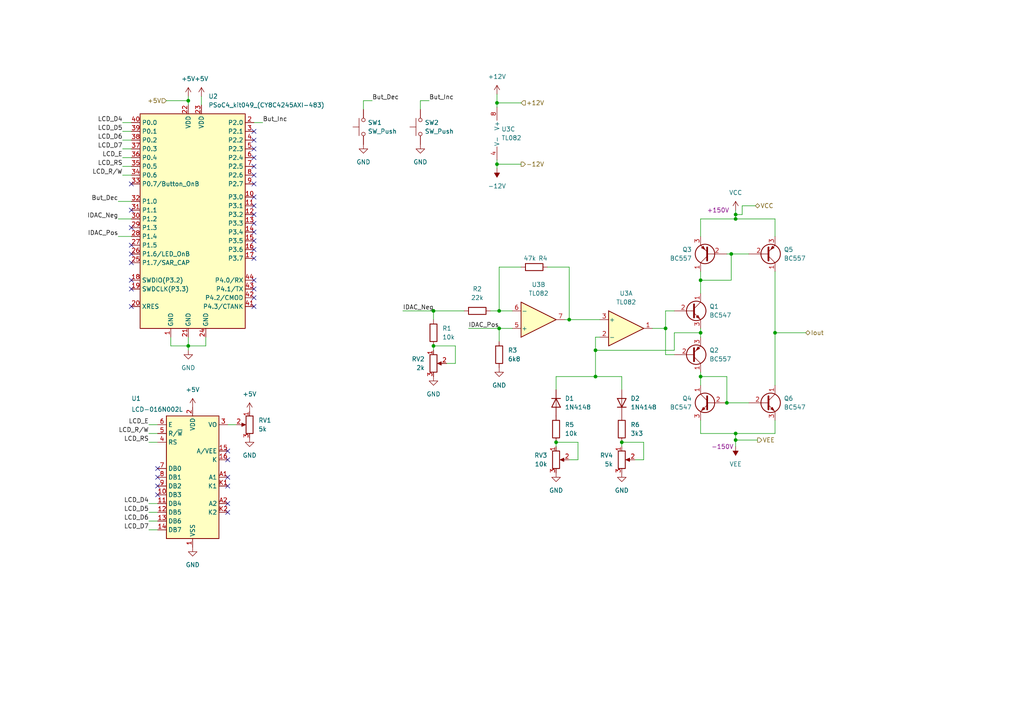
<source format=kicad_sch>
(kicad_sch (version 20211123) (generator eeschema)
  (paper "A4")
  (title_block (title "Control_con_PSoC4_y_Fuente_de_corriente") (date "2022-08-27") (rev "1") (company "FaCENA-UNNE") (comment 1 "Dispositivo para relevamiento de umbrales de sensibilidad tactil.") (comment 2 "Tesis MIB: García Cabrera, Jeremías A."))
  (lib_symbols
    (symbol "Amplifier_Operational:TL082" (pin_names (offset 0.127))
      (property "Reference" "U" (at 0 5.08 0))
      (property "Value" "TL082" (at 0 -5.08 0))
      (symbol "TL082_1_1"
        (polyline (pts (xy -5.08 5.08) (xy 5.08 0) (xy -5.08 -5.08) (xy -5.08 5.08)) (stroke (width 0.254)) (fill (type background)))
        (pin output line (at 7.62 0 180) (length 2.54) (name "~") (number "1"))
        (pin input line (at -7.62 -2.54 0) (length 2.54) (name "-") (number "2"))
        (pin input line (at -7.62 2.54 0) (length 2.54) (name "+") (number "3"))
      )
      (symbol "TL082_2_1"
        (polyline (pts (xy -5.08 5.08) (xy 5.08 0) (xy -5.08 -5.08) (xy -5.08 5.08)) (stroke (width 0.254)) (fill (type background)))
        (pin input line (at -7.62 2.54 0) (length 2.54) (name "+") (number "5"))
        (pin input line (at -7.62 -2.54 0) (length 2.54) (name "-") (number "6"))
        (pin output line (at 7.62 0 180) (length 2.54) (name "~") (number "7"))
      )
      (symbol "TL082_3_1"
        (pin power_in line (at -2.54 -7.62 90) (length 3.81) (name "V-") (number "4"))
        (pin power_in line (at -2.54 7.62 270) (length 3.81) (name "V+") (number "8"))
      )
    )
    (symbol "Device:R" (pin_numbers hide) (pin_names (offset 0))
      (property "Reference" "R" (at 2.032 0 90))
      (property "Value" "R" (at 0 0 90))
      (symbol "R_0_1"
        (rectangle (start -1.016 -2.54) (end 1.016 2.54) (stroke (width 0.254)))
      )
      (symbol "R_1_1"
        (pin passive line (at 0 3.81 270) (length 1.27) (name "~") (number "1"))
        (pin passive line (at 0 -3.81 90) (length 1.27) (name "~") (number "2"))
      )
    )
    (symbol "Device:R_Potentiometer" (pin_names (offset 1.016) hide)
      (property "Reference" "RV" (at -4.445 0 90))
      (property "Value" "R_Potentiometer" (at -2.54 0 90))
      (symbol "R_Potentiometer_0_1"
        (polyline (pts (xy 2.54 0) (xy 1.524 0)))
        (polyline (pts (xy 1.143 0) (xy 2.286 0.508) (xy 2.286 -0.508) (xy 1.143 0)) (fill (type outline)))
        (rectangle (start 1.016 2.54) (end -1.016 -2.54) (stroke (width 0.254)))
      )
      (symbol "R_Potentiometer_1_1"
        (pin passive line (at 0 3.81 270) (length 1.27) (name "1") (number "1"))
        (pin passive line (at 3.81 0 180) (length 1.27) (name "2") (number "2"))
        (pin passive line (at 0 -3.81 90) (length 1.27) (name "3") (number "3"))
      )
    )
    (symbol "Diode:1N4148" (pin_numbers hide) (pin_names (offset 1.016) hide)
      (property "Reference" "D" (at 0 2.54 0))
      (property "Value" "1N4148" (at 0 -2.54 0))
      (symbol "1N4148_0_1"
        (polyline (pts (xy -1.27 1.27) (xy -1.27 -1.27)) (stroke (width 0.254)))
        (polyline (pts (xy 1.27 0) (xy -1.27 0)))
        (polyline (pts (xy 1.27 1.27) (xy 1.27 -1.27) (xy -1.27 0) (xy 1.27 1.27)) (stroke (width 0.254)))
      )
      (symbol "1N4148_1_1"
        (pin passive line (at -3.81 0 0) (length 2.54) (name "K") (number "1"))
        (pin passive line (at 3.81 0 180) (length 2.54) (name "A") (number "2"))
      )
    )
    (symbol "Display_Character:LCD-016N002L"
      (property "Reference" "U?" (at 2.0194 22.86 0))
      (property "Value" "LCD-016N002L" (at -17.78 19.685 0))
      (symbol "LCD-016N002L_1_1"
        (rectangle (start -7.62 17.78) (end 7.62 -17.78) (stroke (width 0.254)) (fill (type background)))
        (pin power_in line (at 0 -20.32 90) (length 2.54) (name "VSS") (number "1"))
        (pin bidirectional line (at -10.16 -5.08 0) (length 2.54) (name "DB3") (number "10"))
        (pin bidirectional line (at -10.16 -7.62 0) (length 2.54) (name "DB4") (number "11"))
        (pin bidirectional line (at -10.16 -10.16 0) (length 2.54) (name "DB5") (number "12"))
        (pin bidirectional line (at -10.16 -12.7 0) (length 2.54) (name "DB6") (number "13"))
        (pin bidirectional line (at -10.16 -15.24 0) (length 2.54) (name "DB7") (number "14"))
        (pin power_in line (at 10.16 7.62 180) (length 2.54) (name "A/VEE") (number "15"))
        (pin power_in line (at 10.16 5.08 180) (length 2.54) (name "K") (number "16"))
        (pin power_in line (at 0 20.32 270) (length 2.54) (name "VDD") (number "2"))
        (pin input line (at 10.16 15.24 180) (length 2.54) (name "VO") (number "3"))
        (pin input line (at -10.16 10.16 0) (length 2.54) (name "RS") (number "4"))
        (pin input line (at -10.16 12.7 0) (length 2.54) (name "R/~{W}") (number "5"))
        (pin input line (at -10.16 15.24 0) (length 2.54) (name "E") (number "6"))
        (pin bidirectional line (at -10.16 2.54 0) (length 2.54) (name "DB0") (number "7"))
        (pin bidirectional line (at -10.16 0 0) (length 2.54) (name "DB1") (number "8"))
        (pin bidirectional line (at -10.16 -2.54 0) (length 2.54) (name "DB2") (number "9"))
        (pin power_in line (at 10.16 0 180) (length 2.54) (name "A1") (number "A1"))
        (pin power_in line (at 10.16 -7.62 180) (length 2.54) (name "A2") (number "A2"))
        (pin power_in line (at 10.16 -2.54 180) (length 2.54) (name "K1") (number "K1"))
        (pin power_in line (at 10.16 -10.16 180) (length 2.54) (name "K2") (number "K2"))
      )
    )
    (symbol "PSoC4_kit049:PSoC4_kit049_(CY8C4245AXI-483)"
      (property "Reference" "U2" (at 2.0194 45.72 0))
      (property "Value" "PSoC4_kit049_(CY8C4245AXI-483)" (at 2.0194 43.18 0))
      (symbol "PSoC4_kit049_(CY8C4245AXI-483)_0_1"
        (rectangle (start -17.78 40.64) (end 12.7 -21.59) (stroke (width 0.254)) (fill (type background)))
      )
      (symbol "PSoC4_kit049_(CY8C4245AXI-483)_1_1"
        (pin power_in line (at -8.89 -24.13 90) (length 2.54) (name "GND") (number "1"))
        (pin bidirectional line (at 15.24 16.51 180) (length 2.54) (name "P3.0") (number "10"))
        (pin bidirectional line (at 15.24 13.97 180) (length 2.54) (name "P3.1") (number "11"))
        (pin bidirectional line (at 15.24 11.43 180) (length 2.54) (name "P3.2") (number "12"))
        (pin bidirectional line (at 15.24 8.89 180) (length 2.54) (name "P3.3") (number "13"))
        (pin bidirectional line (at 15.24 6.35 180) (length 2.54) (name "P3.4") (number "14"))
        (pin bidirectional line (at 15.24 3.81 180) (length 2.54) (name "P3.5") (number "15"))
        (pin bidirectional line (at 15.24 1.27 180) (length 2.54) (name "P3.6") (number "16"))
        (pin bidirectional line (at 15.24 -1.27 180) (length 2.54) (name "P3.7") (number "17"))
        (pin bidirectional line (at -20.32 -7.62 0) (length 2.54) (name "SWDIO(P3.2)") (number "18"))
        (pin bidirectional line (at -20.32 -10.16 0) (length 2.54) (name "SWDCLK(P3.3)") (number "19"))
        (pin bidirectional line (at 15.24 38.1 180) (length 2.54) (name "P2.0") (number "2"))
        (pin input line (at -20.32 -15.24 0) (length 2.54) (name "XRES") (number "20"))
        (pin power_in line (at -3.81 -24.13 90) (length 2.54) (name "GND") (number "21"))
        (pin power_in line (at -3.81 43.18 270) (length 2.54) (name "VDD") (number "22"))
        (pin power_in line (at 0 43.18 270) (length 2.54) (name "VDD") (number "23"))
        (pin power_in line (at 1.27 -24.13 90) (length 2.54) (name "GND") (number "24"))
        (pin bidirectional line (at -20.32 -2.54 0) (length 2.54) (name "P1.7/SAR_CAP") (number "25"))
        (pin bidirectional line (at -20.32 0 0) (length 2.54) (name "P1.6/LED_OnB") (number "26"))
        (pin bidirectional line (at -20.32 2.54 0) (length 2.54) (name "P1.5") (number "27"))
        (pin bidirectional line (at -20.32 5.08 0) (length 2.54) (name "P1.4") (number "28"))
        (pin bidirectional line (at -20.32 7.62 0) (length 2.54) (name "P1.3") (number "29"))
        (pin bidirectional line (at 15.24 35.56 180) (length 2.54) (name "P2.1") (number "3"))
        (pin bidirectional line (at -20.32 10.16 0) (length 2.54) (name "P1.2") (number "30"))
        (pin bidirectional line (at -20.32 12.7 0) (length 2.54) (name "P1.1") (number "31"))
        (pin bidirectional line (at -20.32 15.24 0) (length 2.54) (name "P1.0") (number "32"))
        (pin bidirectional line (at -20.32 20.32 0) (length 2.54) (name "P0.7/Button_OnB") (number "33"))
        (pin bidirectional line (at -20.32 22.86 0) (length 2.54) (name "P0.6") (number "34"))
        (pin bidirectional line (at -20.32 25.4 0) (length 2.54) (name "P0.5") (number "35"))
        (pin bidirectional line (at -20.32 27.94 0) (length 2.54) (name "P0.4") (number "36"))
        (pin bidirectional line (at -20.32 30.48 0) (length 2.54) (name "P0.3") (number "37"))
        (pin bidirectional line (at -20.32 33.02 0) (length 2.54) (name "P0.2") (number "38"))
        (pin bidirectional line (at -20.32 35.56 0) (length 2.54) (name "P0.1") (number "39"))
        (pin bidirectional line (at 15.24 33.02 180) (length 2.54) (name "P2.2") (number "4"))
        (pin bidirectional line (at -20.32 38.1 0) (length 2.54) (name "P0.0") (number "40"))
        (pin bidirectional line (at 15.24 -15.24 180) (length 2.54) (name "P4.3/CTANK") (number "41"))
        (pin bidirectional line (at 15.24 -12.7 180) (length 2.54) (name "P4.2/CMOD") (number "42"))
        (pin bidirectional line (at 15.24 -10.16 180) (length 2.54) (name "P4.1/TX") (number "43"))
        (pin bidirectional line (at 15.24 -7.62 180) (length 2.54) (name "P4.0/RX") (number "44"))
        (pin bidirectional line (at 15.24 30.48 180) (length 2.54) (name "P2.3") (number "5"))
        (pin bidirectional line (at 15.24 27.94 180) (length 2.54) (name "P2.4") (number "6"))
        (pin bidirectional line (at 15.24 25.4 180) (length 2.54) (name "P2.5") (number "7"))
        (pin bidirectional line (at 15.24 22.86 180) (length 2.54) (name "P2.6") (number "8"))
        (pin bidirectional line (at 15.24 20.32 180) (length 2.54) (name "P2.7") (number "9"))
      )
    )
    (symbol "Switch:SW_Push" (pin_numbers hide) (pin_names (offset 1.016) hide)
      (property "Reference" "SW" (at 1.27 2.54 0))
      (property "Value" "SW_Push" (at 0 -1.524 0))
      (symbol "SW_Push_0_1"
        (circle (center -2.032 0) (radius 0.508))
        (polyline (pts (xy 0 1.27) (xy 0 3.048)))
        (polyline (pts (xy 2.54 1.27) (xy -2.54 1.27)))
        (circle (center 2.032 0) (radius 0.508))
        (pin passive line (at -5.08 0 0) (length 2.54) (name "1") (number "1"))
        (pin passive line (at 5.08 0 180) (length 2.54) (name "2") (number "2"))
      )
    )
    (symbol "Transistor_BJT:BC547" (pin_names (offset 0) hide)
      (property "Reference" "Q" (at 5.08 1.905 0))
      (property "Value" "BC547" (at 5.08 0 0))
      (symbol "BC547_0_1"
        (polyline (pts (xy 0 0) (xy 0.635 0)))
        (polyline (pts (xy 0.635 0.635) (xy 2.54 2.54)))
        (polyline (pts (xy 0.635 -0.635) (xy 2.54 -2.54) (xy 2.54 -2.54)))
        (polyline (pts (xy 0.635 1.905) (xy 0.635 -1.905) (xy 0.635 -1.905)) (stroke (width 0.508)))
        (polyline (pts (xy 1.27 -1.778) (xy 1.778 -1.27) (xy 2.286 -2.286) (xy 1.27 -1.778) (xy 1.27 -1.778)) (fill (type outline)))
        (circle (center 1.27 0) (radius 2.8194) (stroke (width 0.254)))
      )
      (symbol "BC547_1_1"
        (pin passive line (at 2.54 5.08 270) (length 2.54) (name "C") (number "1"))
        (pin input line (at -5.08 0 0) (length 5.08) (name "B") (number "2"))
        (pin passive line (at 2.54 -5.08 90) (length 2.54) (name "E") (number "3"))
      )
    )
    (symbol "Transistor_BJT:BC557" (pin_names (offset 0) hide)
      (property "Reference" "Q" (at 5.08 1.905 0))
      (property "Value" "BC557" (at 5.08 0 0))
      (symbol "BC557_0_1"
        (polyline (pts (xy 0.635 0.635) (xy 2.54 2.54)))
        (polyline (pts (xy 0.635 -0.635) (xy 2.54 -2.54) (xy 2.54 -2.54)))
        (polyline (pts (xy 0.635 1.905) (xy 0.635 -1.905) (xy 0.635 -1.905)) (stroke (width 0.508)))
        (polyline (pts (xy 2.286 -1.778) (xy 1.778 -2.286) (xy 1.27 -1.27) (xy 2.286 -1.778) (xy 2.286 -1.778)) (fill (type outline)))
        (circle (center 1.27 0) (radius 2.8194) (stroke (width 0.254)))
      )
      (symbol "BC557_1_1"
        (pin passive line (at 2.54 5.08 270) (length 2.54) (name "C") (number "1"))
        (pin input line (at -5.08 0 0) (length 5.715) (name "B") (number "2"))
        (pin passive line (at 2.54 -5.08 90) (length 2.54) (name "E") (number "3"))
      )
    )
    (symbol "power:+12V" (power) (pin_names (offset 0))
      (property "Value" "+12V" (at 0 3.556 0))
      (symbol "+12V_0_1"
        (polyline (pts (xy -0.762 1.27) (xy 0 2.54)))
        (polyline (pts (xy 0 0) (xy 0 2.54)))
        (polyline (pts (xy 0 2.54) (xy 0.762 1.27)))
      )
      (symbol "+12V_1_1"
        (pin power_in line (at 0 0 90) (length 0) hide (name "+12V") (number "1"))
      )
    )
    (symbol "power:+5V" (power) (pin_names (offset 0))
      (property "Value" "+5V" (at 0 3.556 0))
      (symbol "+5V_0_1"
        (polyline (pts (xy -0.762 1.27) (xy 0 2.54)))
        (polyline (pts (xy 0 0) (xy 0 2.54)))
        (polyline (pts (xy 0 2.54) (xy 0.762 1.27)))
      )
      (symbol "+5V_1_1"
        (pin power_in line (at 0 0 90) (length 0) hide (name "+5V") (number "1"))
      )
    )
    (symbol "power:-12V" (power) (pin_names (offset 0))
      (property "Value" "-12V" (at 0 3.81 0))
      (symbol "-12V_0_0"
        (pin power_in line (at 0 0 90) (length 0) hide (name "-12V") (number "1"))
      )
      (symbol "-12V_0_1"
        (polyline (pts (xy 0 0) (xy 0 1.27) (xy 0.762 1.27) (xy 0 2.54) (xy -0.762 1.27) (xy 0 1.27)) (fill (type outline)))
      )
    )
    (symbol "power:GND" (power) (pin_names (offset 0))
      (property "Value" "GND" (at 0 -3.81 0))
      (symbol "GND_0_1"
        (polyline (pts (xy 0 0) (xy 0 -1.27) (xy 1.27 -1.27) (xy 0 -2.54) (xy -1.27 -1.27) (xy 0 -1.27)))
      )
      (symbol "GND_1_1"
        (pin power_in line (at 0 0 270) (length 0) hide (name "GND") (number "1"))
      )
    )
    (symbol "power:VCC" (power) (pin_names (offset 0))
      (property "Value" "VCC" (at 0 3.81 0))
      (symbol "VCC_0_1"
        (polyline (pts (xy -0.762 1.27) (xy 0 2.54)))
        (polyline (pts (xy 0 0) (xy 0 2.54)))
        (polyline (pts (xy 0 2.54) (xy 0.762 1.27)))
      )
      (symbol "VCC_1_1"
        (pin power_in line (at 0 0 90) (length 0) hide (name "VCC") (number "1"))
      )
    )
    (symbol "power:VEE" (power) (pin_names (offset 0))
      (property "Value" "VEE" (at 0 3.81 0))
      (symbol "VEE_0_1"
        (polyline (pts (xy 0 0) (xy 0 2.54)))
        (polyline (pts (xy 0.762 1.27) (xy -0.762 1.27) (xy 0 2.54) (xy 0.762 1.27)) (fill (type outline)))
      )
      (symbol "VEE_1_1"
        (pin power_in line (at 0 0 90) (length 0) hide (name "VEE") (number "1"))
      )
    )
  )
  (junction (at 210.82 116.84))
  (junction (at 161.29 128.27))
  (junction (at 213.36 63.5))
  (junction (at 144.145 29.845))
  (junction (at 144.78 95.25))
  (junction (at 213.36 127.635))
  (junction (at 172.72 109.22))
  (junction (at 193.04 95.25))
  (junction (at 203.2 81.28))
  (junction (at 165.1 92.71))
  (junction (at 125.73 90.17))
  (junction (at 203.2 109.22))
  (junction (at 203.2 96.52))
  (junction (at 54.61 100.33))
  (junction (at 144.78 90.17))
  (junction (at 172.72 101.6))
  (junction (at 144.145 47.625))
  (junction (at 54.61 29.21))
  (junction (at 213.36 125.73))
  (junction (at 180.34 128.27))
  (junction (at 224.79 96.52))
  (junction (at 213.36 62.23))
  (junction (at 125.73 100.33))
  (junction (at 212.09 73.66))
  (no_connect (at 73.66 81.28))
  (no_connect (at 73.66 83.82))
  (no_connect (at 73.66 86.36))
  (no_connect (at 73.66 88.9))
  (no_connect (at 73.66 72.39))
  (no_connect (at 73.66 74.93))
  (no_connect (at 38.1 53.34))
  (no_connect (at 38.1 88.9))
  (no_connect (at 38.1 83.82))
  (no_connect (at 38.1 81.28))
  (no_connect (at 38.1 76.2))
  (no_connect (at 38.1 73.66))
  (no_connect (at 38.1 71.12))
  (no_connect (at 38.1 66.04))
  (no_connect (at 38.1 60.96))
  (no_connect (at 66.04 130.81))
  (no_connect (at 66.04 148.59))
  (no_connect (at 66.04 146.05))
  (no_connect (at 66.04 140.97))
  (no_connect (at 66.04 138.43))
  (no_connect (at 66.04 133.35))
  (no_connect (at 73.66 50.8))
  (no_connect (at 73.66 48.26))
  (no_connect (at 73.66 45.72))
  (no_connect (at 73.66 43.18))
  (no_connect (at 73.66 40.64))
  (no_connect (at 73.66 38.1))
  (no_connect (at 73.66 57.15))
  (no_connect (at 73.66 53.34))
  (no_connect (at 73.66 59.69))
  (no_connect (at 73.66 62.23))
  (no_connect (at 73.66 64.77))
  (no_connect (at 73.66 67.31))
  (no_connect (at 73.66 69.85))
  (no_connect (at 45.72 135.89))
  (no_connect (at 45.72 138.43))
  (no_connect (at 45.72 140.97))
  (no_connect (at 45.72 143.51))
  (wire (pts (xy 161.29 109.22) (xy 172.72 109.22)))
  (wire (pts (xy 121.92 29.21) (xy 121.92 31.75)))
  (wire (pts (xy 144.78 77.47) (xy 144.78 90.17)))
  (wire (pts (xy 180.34 109.22) (xy 180.34 113.03)))
  (wire (pts (xy 54.61 29.21) (xy 54.61 30.48)))
  (wire (pts (xy 215.265 59.69) (xy 215.265 62.23)))
  (wire (pts (xy 35.56 35.56) (xy 38.1 35.56)))
  (wire (pts (xy 195.58 96.52) (xy 203.2 96.52)))
  (wire (pts (xy 54.61 27.94) (xy 54.61 29.21)))
  (wire (pts (xy 195.58 96.52) (xy 195.58 101.6)))
  (wire (pts (xy 125.73 92.71) (xy 125.73 90.17)))
  (wire (pts (xy 54.61 100.33) (xy 54.61 97.79)))
  (wire (pts (xy 144.145 48.895) (xy 144.145 47.625)))
  (wire (pts (xy 144.78 95.25) (xy 148.59 95.25)))
  (wire (pts (xy 213.36 125.73) (xy 213.36 127.635)))
  (wire (pts (xy 34.29 63.5) (xy 38.1 63.5)))
  (wire (pts (xy 224.79 63.5) (xy 224.79 68.58)))
  (wire (pts (xy 54.61 101.6) (xy 54.61 100.33)))
  (wire (pts (xy 163.83 92.71) (xy 165.1 92.71)))
  (wire (pts (xy 144.145 29.845) (xy 144.145 31.115)))
  (wire (pts (xy 203.2 121.92) (xy 203.2 125.73)))
  (wire (pts (xy 34.29 68.58) (xy 38.1 68.58)))
  (wire (pts (xy 73.66 35.56) (xy 76.2 35.56)))
  (wire (pts (xy 43.18 153.67) (xy 45.72 153.67)))
  (wire (pts (xy 43.18 151.13) (xy 45.72 151.13)))
  (wire (pts (xy 144.78 99.06) (xy 144.78 95.25)))
  (wire (pts (xy 210.82 109.22) (xy 210.82 116.84)))
  (wire (pts (xy 219.075 59.69) (xy 215.265 59.69)))
  (wire (pts (xy 165.1 133.35) (xy 167.64 133.35)))
  (wire (pts (xy 107.95 29.21) (xy 105.41 29.21)))
  (wire (pts (xy 203.2 68.58) (xy 203.2 63.5)))
  (wire (pts (xy 35.56 45.72) (xy 38.1 45.72)))
  (wire (pts (xy 212.09 73.66) (xy 217.17 73.66)))
  (wire (pts (xy 210.82 116.84) (xy 217.17 116.84)))
  (wire (pts (xy 203.2 81.28) (xy 203.2 85.09)))
  (wire (pts (xy 203.2 107.95) (xy 203.2 109.22)))
  (wire (pts (xy 105.41 29.21) (xy 105.41 31.75)))
  (wire (pts (xy 213.36 62.23) (xy 215.265 62.23)))
  (wire (pts (xy 203.2 109.22) (xy 210.82 109.22)))
  (wire (pts (xy 151.13 29.845) (xy 144.145 29.845)))
  (wire (pts (xy 224.79 96.52) (xy 224.79 111.76)))
  (wire (pts (xy 144.145 27.305) (xy 144.145 29.845)))
  (wire (pts (xy 203.2 78.74) (xy 203.2 81.28)))
  (wire (pts (xy 212.09 81.28) (xy 212.09 73.66)))
  (wire (pts (xy 203.2 95.25) (xy 203.2 96.52)))
  (wire (pts (xy 161.29 128.27) (xy 161.29 129.54)))
  (wire (pts (xy 125.73 90.17) (xy 134.62 90.17)))
  (wire (pts (xy 116.84 90.17) (xy 125.73 90.17)))
  (wire (pts (xy 124.46 29.21) (xy 121.92 29.21)))
  (wire (pts (xy 213.36 62.23) (xy 213.36 63.5)))
  (wire (pts (xy 66.04 123.19) (xy 68.58 123.19)))
  (wire (pts (xy 195.58 90.17) (xy 193.04 90.17)))
  (wire (pts (xy 186.69 128.27) (xy 180.34 128.27)))
  (wire (pts (xy 172.72 109.22) (xy 180.34 109.22)))
  (wire (pts (xy 129.54 105.41) (xy 132.08 105.41)))
  (wire (pts (xy 58.42 27.94) (xy 58.42 30.48)))
  (wire (pts (xy 43.18 125.73) (xy 45.72 125.73)))
  (wire (pts (xy 125.73 100.33) (xy 125.73 101.6)))
  (wire (pts (xy 144.145 47.625) (xy 144.145 46.355)))
  (wire (pts (xy 35.56 40.64) (xy 38.1 40.64)))
  (wire (pts (xy 210.82 73.66) (xy 212.09 73.66)))
  (wire (pts (xy 213.36 60.96) (xy 213.36 62.23)))
  (wire (pts (xy 172.72 101.6) (xy 195.58 101.6)))
  (wire (pts (xy 224.79 121.92) (xy 224.79 125.73)))
  (wire (pts (xy 144.78 90.17) (xy 148.59 90.17)))
  (wire (pts (xy 144.145 47.625) (xy 151.13 47.625)))
  (wire (pts (xy 43.18 128.27) (xy 45.72 128.27)))
  (wire (pts (xy 165.1 92.71) (xy 173.99 92.71)))
  (wire (pts (xy 193.04 95.25) (xy 193.04 102.87)))
  (wire (pts (xy 59.69 97.79) (xy 59.69 100.33)))
  (wire (pts (xy 135.89 95.25) (xy 144.78 95.25)))
  (wire (pts (xy 142.24 90.17) (xy 144.78 90.17)))
  (wire (pts (xy 43.18 123.19) (xy 45.72 123.19)))
  (wire (pts (xy 189.23 95.25) (xy 193.04 95.25)))
  (wire (pts (xy 167.64 128.27) (xy 161.29 128.27)))
  (wire (pts (xy 180.34 128.27) (xy 180.34 129.54)))
  (wire (pts (xy 35.56 38.1) (xy 38.1 38.1)))
  (wire (pts (xy 35.56 48.26) (xy 38.1 48.26)))
  (wire (pts (xy 35.56 50.8) (xy 38.1 50.8)))
  (wire (pts (xy 167.64 133.35) (xy 167.64 128.27)))
  (wire (pts (xy 213.36 125.73) (xy 224.79 125.73)))
  (wire (pts (xy 158.75 77.47) (xy 165.1 77.47)))
  (wire (pts (xy 43.18 146.05) (xy 45.72 146.05)))
  (wire (pts (xy 224.79 96.52) (xy 233.68 96.52)))
  (wire (pts (xy 172.72 97.79) (xy 172.72 101.6)))
  (wire (pts (xy 203.2 109.22) (xy 203.2 111.76)))
  (wire (pts (xy 165.1 77.47) (xy 165.1 92.71)))
  (wire (pts (xy 132.08 105.41) (xy 132.08 100.33)))
  (wire (pts (xy 203.2 81.28) (xy 212.09 81.28)))
  (wire (pts (xy 193.04 102.87) (xy 195.58 102.87)))
  (wire (pts (xy 213.36 127.635) (xy 213.36 129.54)))
  (wire (pts (xy 151.13 77.47) (xy 144.78 77.47)))
  (wire (pts (xy 59.69 100.33) (xy 54.61 100.33)))
  (wire (pts (xy 184.15 133.35) (xy 186.69 133.35)))
  (wire (pts (xy 213.36 63.5) (xy 224.79 63.5)))
  (wire (pts (xy 125.73 100.33) (xy 132.08 100.33)))
  (wire (pts (xy 35.56 43.18) (xy 38.1 43.18)))
  (wire (pts (xy 172.72 97.79) (xy 173.99 97.79)))
  (wire (pts (xy 49.53 100.33) (xy 54.61 100.33)))
  (wire (pts (xy 49.53 97.79) (xy 49.53 100.33)))
  (wire (pts (xy 213.36 127.635) (xy 219.71 127.635)))
  (wire (pts (xy 203.2 125.73) (xy 213.36 125.73)))
  (wire (pts (xy 48.26 29.21) (xy 54.61 29.21)))
  (wire (pts (xy 203.2 63.5) (xy 213.36 63.5)))
  (wire (pts (xy 193.04 90.17) (xy 193.04 95.25)))
  (wire (pts (xy 172.72 101.6) (xy 172.72 109.22)))
  (wire (pts (xy 161.29 113.03) (xy 161.29 109.22)))
  (wire (pts (xy 34.29 58.42) (xy 38.1 58.42)))
  (wire (pts (xy 43.18 148.59) (xy 45.72 148.59)))
  (wire (pts (xy 224.79 78.74) (xy 224.79 96.52)))
  (wire (pts (xy 186.69 133.35) (xy 186.69 128.27)))
  (wire (pts (xy 203.2 96.52) (xy 203.2 97.79)))
  (label "LCD_D6" (at 35.56 40.64 180))
  (label "LCD_E" (at 35.56 45.72 180))
  (label "But_Dec" (at 107.95 29.21 0))
  (label "LCD_D5" (at 43.18 148.59 180))
  (label "LCD_R{slash}W" (at 43.18 125.73 180))
  (label "LCD_D7" (at 35.56 43.18 180))
  (label "IDAC_Neg" (at 116.84 90.17 0))
  (label "IDAC_Pos" (at 135.89 95.25 0))
  (label "LCD_R{slash}W" (at 35.56 50.8 180))
  (label "LCD_RS" (at 35.56 48.26 180))
  (label "LCD_D7" (at 43.18 153.67 180))
  (label "LCD_D4" (at 35.56 35.56 180))
  (label "LCD_E" (at 43.18 123.19 180))
  (label "But_Inc" (at 124.46 29.21 0))
  (label "But_Dec" (at 34.29 58.42 180))
  (label "IDAC_Pos" (at 34.29 68.58 180))
  (label "LCD_D5" (at 35.56 38.1 180))
  (label "But_Inc" (at 76.2 35.56 0))
  (label "LCD_RS" (at 43.18 128.27 180))
  (label "LCD_D4" (at 43.18 146.05 180))
  (label "LCD_D6" (at 43.18 151.13 180))
  (label "IDAC_Neg" (at 34.29 63.5 180))
  (hierarchical_label "+12V" (shape input) (at 151.13 29.845 0))
  (hierarchical_label "VEE" (shape output) (at 219.71 127.635 0))
  (hierarchical_label "+5V" (shape input) (at 48.26 29.21 180))
  (hierarchical_label "VCC" (shape bidirectional) (at 219.075 59.69 0))
  (hierarchical_label "-12V" (shape output) (at 151.13 47.625 0))
  (hierarchical_label "Iout" (shape bidirectional) (at 233.68 96.52 0))
  (symbol (lib_id "Diode:1N4148") (at 180.34 116.84 90) (unit 1)
    (property "Reference" "D2" (at 182.88 115.5699 90) (effects (justify right)))
    (property "Value" "1N4148" (at 182.88 118.1099 90) (effects (justify right)))
    (property "Footprint" "Diode_THT:D_DO-41_SOD81_P7.62mm_Horizontal" (effects hide))
    (property "Datasheet" "https://assets.nexperia.com/documents/data-sheet/1N4148_1N4448.pdf" (effects hide))
  )
  (symbol (lib_id "power:-12V") (at 144.145 48.895 180) (unit 1)
    (property "Reference" "#PWR011" (effects hide))
    (property "Value" "-12V" (at 144.145 53.975 0))
  )
  (symbol (lib_id "Device:R_Potentiometer") (at 180.34 133.35 0) (unit 1)
    (property "Reference" "RV4" (at 177.8 132.0799 0) (effects (justify right)))
    (property "Value" "5k" (at 177.8 134.6199 0) (effects (justify right)))
    (property "Footprint" "Potentiometer_THT:Potentiometer_Bourns_3296W_Vertical" (effects hide))
  )
  (symbol (lib_id "Diode:1N4148") (at 161.29 116.84 270) (unit 1)
    (property "Reference" "D1" (at 163.83 115.5699 90) (effects (justify left)))
    (property "Value" "1N4148" (at 163.83 118.1099 90) (effects (justify left)))
    (property "Footprint" "Diode_THT:D_DO-41_SOD81_P7.62mm_Horizontal" (effects hide))
    (property "Datasheet" "https://assets.nexperia.com/documents/data-sheet/1N4148_1N4448.pdf" (effects hide))
  )
  (symbol (lib_id "Amplifier_Operational:TL082") (at 146.685 38.735 0) (unit 3)
    (property "Reference" "U3" (at 145.415 37.4649 0) (effects (justify left)))
    (property "Value" "TL082" (at 145.415 40.0049 0) (effects (justify left)))
    (property "Footprint" "Package_DIP:DIP-8_W10.16mm_LongPads" (effects hide))
    (property "Datasheet" "http://www.ti.com/lit/ds/symlink/tl081.pdf" (effects hide))
  )
  (symbol (lib_id "Device:R") (at 125.73 96.52 180) (unit 1)
    (property "Reference" "R1" (at 128.27 95.2499 0) (effects (justify right)))
    (property "Value" "10k" (at 128.27 97.7899 0) (effects (justify right)))
    (property "Footprint" "Resistor_THT:R_Axial_DIN0207_L6.3mm_D2.5mm_P10.16mm_Horizontal" (effects hide))
    (property "Potencia" "1/8w" (effects hide))
    (property "Tolerancia" "1%" (effects hide))
  )
  (symbol (lib_id "Transistor_BJT:BC557") (at 200.66 102.87 0) (mirror x) (unit 1)
    (property "Reference" "Q2" (at 205.74 101.5999 0) (effects (justify left)))
    (property "Value" "BC557" (at 205.74 104.1399 0) (effects (justify left)))
    (property "Footprint" "Proyecto_MIB:BF42X" (effects hide))
    (property "Datasheet" "https://www.onsemi.com/pub/Collateral/BC556BTA-D.pdf" (effects hide))
  )
  (symbol (lib_id "power:GND") (at 121.92 41.91 0) (unit 1)
    (property "Reference" "#PWR08" (effects hide))
    (property "Value" "GND" (at 121.92 46.99 0))
  )
  (symbol (lib_id "Switch:SW_Push") (at 121.92 36.83 90) (unit 1)
    (property "Reference" "SW2" (at 123.19 35.5599 90) (effects (justify right)))
    (property "Value" "SW_Push" (at 123.19 38.0999 90) (effects (justify right)))
    (property "Footprint" "Button_Switch_THT:SW_PUSH_6mm_H7.3mm" (effects hide))
  )
  (symbol (lib_id "Transistor_BJT:BC547") (at 200.66 90.17 0) (unit 1)
    (property "Reference" "Q1" (at 205.74 88.8999 0) (effects (justify left)))
    (property "Value" "BC547" (at 205.74 91.4399 0) (effects (justify left)))
    (property "Footprint" "Proyecto_MIB:BF42X" (effects hide))
    (property "Datasheet" "https://www.onsemi.com/pub/Collateral/BC550-D.pdf" (effects hide))
  )
  (symbol (lib_id "Device:R_Potentiometer") (at 125.73 105.41 0) (unit 1)
    (property "Reference" "RV2" (at 123.19 104.1399 0) (effects (justify right)))
    (property "Value" "2k" (at 123.19 106.6799 0) (effects (justify right)))
    (property "Footprint" "Potentiometer_THT:Potentiometer_Bourns_3296W_Vertical" (effects hide))
  )
  (symbol (lib_id "Device:R") (at 180.34 124.46 180) (unit 1)
    (property "Reference" "R6" (at 182.88 123.1899 0) (effects (justify right)))
    (property "Value" "3k3" (at 182.88 125.7299 0) (effects (justify right)))
    (property "Footprint" "Resistor_THT:R_Axial_DIN0207_L6.3mm_D2.5mm_P10.16mm_Horizontal" (effects hide))
    (property "Potencia" "1/8w" (effects hide))
    (property "Tolerancia" "1%" (effects hide))
  )
  (symbol (lib_id "power:GND") (at 54.61 101.6 0) (unit 1)
    (property "Reference" "#PWR0105" (effects hide))
    (property "Value" "GND" (at 54.61 106.68 0))
  )
  (symbol (lib_id "Transistor_BJT:BC557") (at 222.25 73.66 0) (mirror x) (unit 1)
    (property "Reference" "Q5" (at 227.33 72.3899 0) (effects (justify left)))
    (property "Value" "BC557" (at 227.33 74.9299 0) (effects (justify left)))
    (property "Footprint" "Proyecto_MIB:BF42X" (effects hide))
    (property "Datasheet" "https://www.onsemi.com/pub/Collateral/BC556BTA-D.pdf" (effects hide))
  )
  (symbol (lib_id "power:GND") (at 72.39 127 0) (mirror y) (unit 1)
    (property "Reference" "#PWR06" (effects hide))
    (property "Value" "GND" (at 72.39 132.08 0))
  )
  (symbol (lib_id "power:VEE") (at 213.36 129.54 180) (unit 1)
    (property "Reference" "#PWR0103" (effects hide))
    (property "Value" "VEE" (at 213.36 134.62 0))
    (property "Tensión" "-150V" (at 209.55 129.54 0))
  )
  (symbol (lib_id "Transistor_BJT:BC547") (at 222.25 116.84 0) (unit 1)
    (property "Reference" "Q6" (at 227.33 115.5699 0) (effects (justify left)))
    (property "Value" "BC547" (at 227.33 118.1099 0) (effects (justify left)))
    (property "Footprint" "Proyecto_MIB:BF42X" (effects hide))
    (property "Datasheet" "https://www.onsemi.com/pub/Collateral/BC550-D.pdf" (effects hide))
  )
  (symbol (lib_id "power:+5V") (at 58.42 27.94 0) (unit 1)
    (property "Reference" "#PWR0104" (effects hide))
    (property "Value" "+5V" (at 58.42 22.86 0))
  )
  (symbol (lib_id "power:GND") (at 180.34 137.16 0) (unit 1)
    (property "Reference" "#PWR014" (effects hide))
    (property "Value" "GND" (at 180.34 142.24 0))
  )
  (symbol (lib_id "Device:R_Potentiometer") (at 161.29 133.35 0) (unit 1)
    (property "Reference" "RV3" (at 158.75 132.0799 0) (effects (justify right)))
    (property "Value" "10k" (at 158.75 134.6199 0) (effects (justify right)))
    (property "Footprint" "Potentiometer_THT:Potentiometer_Bourns_3296W_Vertical" (effects hide))
  )
  (symbol (lib_id "Device:R_Potentiometer") (at 72.39 123.19 0) (mirror y) (unit 1)
    (property "Reference" "RV1" (at 74.93 121.9199 0) (effects (justify right)))
    (property "Value" "5k" (at 74.93 124.4599 0) (effects (justify right)))
    (property "Footprint" "Potentiometer_THT:Potentiometer_Bourns_3296W_Vertical" (effects hide))
  )
  (symbol (lib_id "Transistor_BJT:BC547") (at 205.74 116.84 0) (mirror y) (unit 1)
    (property "Reference" "Q4" (at 200.66 115.5699 0) (effects (justify left)))
    (property "Value" "BC547" (at 200.66 118.1099 0) (effects (justify left)))
    (property "Footprint" "Proyecto_MIB:BF42X" (effects hide))
    (property "Datasheet" "https://www.onsemi.com/pub/Collateral/BC550-D.pdf" (effects hide))
  )
  (symbol (lib_id "power:GND") (at 55.88 158.75 0) (unit 1)
    (property "Reference" "#PWR04" (effects hide))
    (property "Value" "GND" (at 55.88 163.83 0))
  )
  (symbol (lib_id "power:+5V") (at 55.88 118.11 0) (unit 1)
    (property "Reference" "#PWR03" (effects hide))
    (property "Value" "+5V" (at 55.88 113.03 0))
  )
  (symbol (lib_id "power:GND") (at 144.78 106.68 0) (unit 1)
    (property "Reference" "#PWR012" (effects hide))
    (property "Value" "GND" (at 144.78 111.76 0))
  )
  (symbol (lib_id "Switch:SW_Push") (at 105.41 36.83 90) (unit 1)
    (property "Reference" "SW1" (at 106.68 35.5599 90) (effects (justify right)))
    (property "Value" "SW_Push" (at 106.68 38.0999 90) (effects (justify right)))
    (property "Footprint" "Button_Switch_THT:SW_PUSH_6mm_H7.3mm" (effects hide))
  )
  (symbol (lib_id "Device:R") (at 161.29 124.46 180) (unit 1)
    (property "Reference" "R5" (at 163.83 123.1899 0) (effects (justify right)))
    (property "Value" "10k" (at 163.83 125.7299 0) (effects (justify right)))
    (property "Footprint" "Resistor_THT:R_Axial_DIN0207_L6.3mm_D2.5mm_P10.16mm_Horizontal" (effects hide))
    (property "Potencia" "1/8w" (effects hide))
    (property "Tolerancia" "1%" (effects hide))
  )
  (symbol (lib_id "Device:R") (at 144.78 102.87 0) (unit 1)
    (property "Reference" "R3" (at 147.32 101.5999 0) (effects (justify left)))
    (property "Value" "6k8" (at 147.32 104.1399 0) (effects (justify left)))
    (property "Footprint" "Resistor_THT:R_Axial_DIN0207_L6.3mm_D2.5mm_P10.16mm_Horizontal" (effects hide))
    (property "Potencia" "1/8w" (effects hide))
    (property "Tolerancia" "1%" (effects hide))
  )
  (symbol (lib_id "power:+12V") (at 144.145 27.305 0) (unit 1)
    (property "Reference" "#PWR010" (effects hide))
    (property "Value" "+12V" (at 144.145 22.225 0))
  )
  (symbol (lib_id "power:+5V") (at 72.39 119.38 0) (unit 1)
    (property "Reference" "#PWR05" (effects hide))
    (property "Value" "+5V" (at 72.39 114.3 0))
  )
  (symbol (lib_id "Device:R") (at 138.43 90.17 90) (unit 1)
    (property "Reference" "R2" (at 138.43 83.82 90))
    (property "Value" "22k" (at 138.43 86.36 90))
    (property "Footprint" "Resistor_THT:R_Axial_DIN0207_L6.3mm_D2.5mm_P10.16mm_Horizontal" (effects hide))
    (property "Potencia" "1/8W" (effects hide))
    (property "Tolerancia" "1%" (effects hide))
  )
  (symbol (lib_id "power:+5V") (at 54.61 27.94 0) (unit 1)
    (property "Reference" "#PWR01" (effects hide))
    (property "Value" "+5V" (at 54.61 22.86 0))
  )
  (symbol (lib_id "PSoC4_kit049:PSoC4_kit049_(CY8C4245AXI-483)") (at 58.42 73.66 0) (unit 1)
    (property "Reference" "U2" (at 60.4394 27.94 0) (effects (justify left)))
    (property "Value" "PSoC4_kit049_(CY8C4245AXI-483)" (at 60.4394 30.48 0) (effects (justify left)))
    (property "Footprint" "Proyecto_MIB:PinSocket_2x22_P2.54mm_Vertical_2" (effects hide))
    (property "Datasheet" "https://www.infineon.com/dgdl/Infineon-CY8CKIT-049-4xxx_PSoC_4_Prototyping_Kit_Guide-UserManual-v01_00-EN.pdf?fileId=8ac78c8c7d0d8da4017d0ef17bd002cb" (effects hide))
  )
  (symbol (lib_id "Display_Character:LCD-016N002L") (at 55.88 138.43 0) (unit 1)
    (property "Reference" "U1" (at 38.1 115.57 0) (effects (justify left)))
    (property "Value" "LCD-016N002L" (at 38.1 118.745 0) (effects (justify left)))
    (property "Footprint" "Proyecto_MIB:LCD_pinsonly" (effects hide))
    (property "Datasheet" "http://www.vishay.com/docs/37299/37299.pdf" (effects hide))
  )
  (symbol (lib_id "power:GND") (at 125.73 109.22 0) (unit 1)
    (property "Reference" "#PWR09" (effects hide))
    (property "Value" "GND" (at 125.73 114.3 0))
  )
  (symbol (lib_id "power:VCC") (at 213.36 60.96 0) (unit 1)
    (property "Reference" "#PWR0109" (effects hide))
    (property "Value" "VCC" (at 213.36 55.88 0))
    (property "Tensión " "+150V" (at 208.28 60.96 0))
  )
  (symbol (lib_id "Amplifier_Operational:TL082") (at 156.21 92.71 0) (mirror x) (unit 2)
    (property "Reference" "U3" (at 156.21 82.55 0))
    (property "Value" "TL082" (at 156.21 85.09 0))
    (property "Footprint" "Package_DIP:DIP-8_W10.16mm_LongPads" (effects hide))
    (property "Datasheet" "http://www.ti.com/lit/ds/symlink/tl081.pdf" (effects hide))
  )
  (symbol (lib_id "power:GND") (at 161.29 137.16 0) (unit 1)
    (property "Reference" "#PWR013" (effects hide))
    (property "Value" "GND" (at 161.29 142.24 0))
  )
  (symbol (lib_id "power:GND") (at 105.41 41.91 0) (unit 1)
    (property "Reference" "#PWR07" (effects hide))
    (property "Value" "GND" (at 105.41 46.99 0))
  )
  (symbol (lib_id "Transistor_BJT:BC557") (at 205.74 73.66 180) (unit 1)
    (property "Reference" "Q3" (at 200.66 72.3899 0) (effects (justify left)))
    (property "Value" "BC557" (at 200.66 74.9299 0) (effects (justify left)))
    (property "Footprint" "Proyecto_MIB:BF42X" (effects hide))
    (property "Datasheet" "https://www.onsemi.com/pub/Collateral/BC556BTA-D.pdf" (effects hide))
  )
  (symbol (lib_id "Amplifier_Operational:TL082") (at 181.61 95.25 0) (unit 1)
    (property "Reference" "U3" (at 181.61 85.09 0))
    (property "Value" "TL082" (at 181.61 87.63 0))
    (property "Footprint" "Package_DIP:DIP-8_W10.16mm_LongPads" (effects hide))
    (property "Datasheet" "http://www.ti.com/lit/ds/symlink/tl081.pdf" (effects hide))
  )
  (symbol (lib_id "Device:R") (at 154.94 77.47 90) (unit 1)
    (property "Reference" "R4" (at 157.48 74.93 90))
    (property "Value" "47k" (at 153.67 74.93 90))
    (property "Footprint" "Resistor_THT:R_Axial_DIN0207_L6.3mm_D2.5mm_P10.16mm_Horizontal" (effects hide))
    (property "Potencia" "1/8w" (effects hide))
    (property "Tolerancia" "1%" (effects hide))
  )
)
</source>
